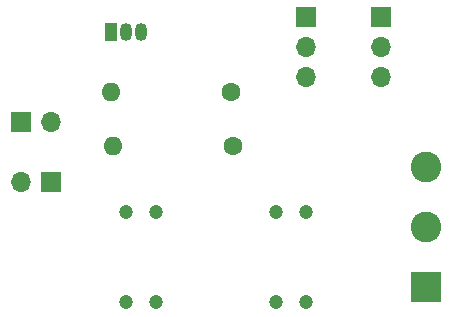
<source format=gbr>
%TF.GenerationSoftware,KiCad,Pcbnew,(5.1.9)-1*%
%TF.CreationDate,2021-09-13T18:08:44-07:00*%
%TF.ProjectId,RemoteStartHack,52656d6f-7465-4537-9461-72744861636b,rev?*%
%TF.SameCoordinates,Original*%
%TF.FileFunction,Soldermask,Top*%
%TF.FilePolarity,Negative*%
%FSLAX46Y46*%
G04 Gerber Fmt 4.6, Leading zero omitted, Abs format (unit mm)*
G04 Created by KiCad (PCBNEW (5.1.9)-1) date 2021-09-13 18:08:44*
%MOMM*%
%LPD*%
G01*
G04 APERTURE LIST*
%ADD10O,1.700000X1.700000*%
%ADD11R,1.700000X1.700000*%
%ADD12O,1.600000X1.600000*%
%ADD13C,1.600000*%
%ADD14R,1.050000X1.500000*%
%ADD15O,1.050000X1.500000*%
%ADD16C,1.200000*%
%ADD17C,2.600000*%
%ADD18R,2.600000X2.600000*%
G04 APERTURE END LIST*
D10*
%TO.C,J1*%
X177800000Y-81280000D03*
D11*
X180340000Y-81280000D03*
%TD*%
D10*
%TO.C,J5*%
X208280000Y-72390000D03*
X208280000Y-69850000D03*
D11*
X208280000Y-67310000D03*
%TD*%
D12*
%TO.C,R2*%
X185420000Y-73660000D03*
D13*
X195580000Y-73660000D03*
%TD*%
D12*
%TO.C,R1*%
X185600000Y-78190000D03*
D13*
X195760000Y-78190000D03*
%TD*%
D14*
%TO.C,Q1*%
X185420000Y-68580000D03*
D15*
X187960000Y-68580000D03*
X186690000Y-68580000D03*
%TD*%
D16*
%TO.C,K1*%
X201930000Y-91440000D03*
X199390000Y-91440000D03*
X189230000Y-91440000D03*
X186690000Y-91440000D03*
X186690000Y-83820000D03*
X189230000Y-83820000D03*
X199390000Y-83820000D03*
X201930000Y-83820000D03*
%TD*%
D10*
%TO.C,J4*%
X180340000Y-76200000D03*
D11*
X177800000Y-76200000D03*
%TD*%
D17*
%TO.C,J3*%
X212090000Y-80010000D03*
X212090000Y-85090000D03*
D18*
X212090000Y-90170000D03*
%TD*%
D10*
%TO.C,J2*%
X201930000Y-72390000D03*
X201930000Y-69850000D03*
D11*
X201930000Y-67310000D03*
%TD*%
M02*

</source>
